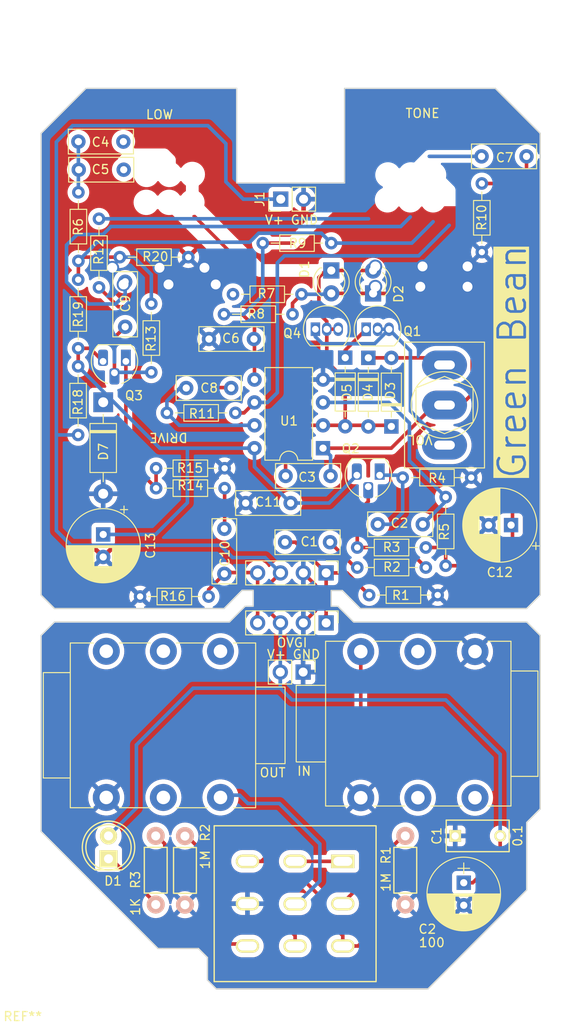
<source format=kicad_pcb>
(kicad_pcb (version 20221018) (generator pcbnew)
  (layers (0 "F.Cu" signal) (31 "B.Cu" signal) (34 "B.Paste" user) (35 "F.Paste" user) (36 "B.SilkS" user "B.Silkscreen") (37 "F.SilkS" user "F.Silkscreen") (38 "B.Mask" user) (39 "F.Mask" user) (44 "Edge.Cuts" user))
  (net 0 "")
  (net 1 "Net-(C1-Pad2)")
  (net 2 "Net-(Q2-E)")
  (net 3 "Net-(U1A-+)")
  (net 4 "A")
  (net 5 "Net-(C4-Pad1)")
  (net 6 "B")
  (net 7 "Net-(C5-Pad2)")
  (net 8 "Net-(U1B-+)")
  (net 9 "Net-(C7-Pad1)")
  (net 10 "Net-(C7-Pad2)")
  (net 11 "Net-(C8-Pad1)")
  (net 12 "Net-(C8-Pad2)")
  (net 13 "Net-(C9-Pad1)")
  (net 14 "Net-(Q3-B)")
  (net 15 "Net-(C10-Pad1)")
  (net 16 "+9V")
  (net 17 "Net-(D3-A)")
  (net 18 "Net-(D5-K)")
  (net 19 "VC")
  (net 20 "Net-(Q1-D)")
  (net 21 "Net-(Q2-B)")
  (net 22 "VB")
  (net 23 "Net-(DRIVE1-Pad2)")
  (net 24 "Net-(U1B--)")
  (net 25 "Net-(R12-Pad2)")
  (net 26 "Net-(Q3-E)")
  (net 27 "GND")
  (net 28 "{slash}I")
  (net 29 "{slash}O")
  (net 31 "Net-(D1-Pad1)")
  (net 32 "Net-(J2-Pad2)")
  (net 33 "Net-(J3-Pad2)")
  (net 34 "Net-(R3-Pad2)")
  (net 35 "Net-(SW1-Pad1)")
  (net 36 "/O")
  (net 37 "/I")
  (footprint "Package_TO_SOT_THT:TO-92_Inline" (layer "F.Cu") (at 152.08 79.72)
    (fp_text reference "Q4")
    (fp_text value "2N7000")
  )
  (footprint "Resistor_THT:R_Axial_DIN0204_L3.6mm_D1.6mm_P7.62mm_Horizontal" (layer "F.Cu") (at 132.59 109.4)
    (fp_text reference "R16")
    (fp_text value "10k")
  )
  (footprint "Resistor_THT:R_Axial_DIN0204_L3.6mm_D1.6mm_P7.62mm_Horizontal" (layer "F.Cu") (at 164.36 106.18 180)
    (fp_text reference "R2")
    (fp_text value "1k")
  )
  (footprint "Resistor_THT:R_Axial_DIN0204_L3.6mm_D1.6mm_P7.62mm_Horizontal" (layer "F.Cu") (at 125.71 74.22 -90)
    (fp_text reference "R19")
    (fp_text value "10k")
  )
  (footprint "Resistor_THT:R_Axial_DIN0204_L3.6mm_D1.6mm_P7.62mm_Horizontal" (layer "F.Cu") (at 133.84 84.51 90)
    (fp_text reference "R13")
    (fp_text value "510k")
  )
  (footprint "Capacitor_THT:C_Disc_D7.0mm_W2.5mm_P5.00mm" (layer "F.Cu") (at 141.96 101.88 -90)
    (fp_text reference "C10")
    (fp_text value "1u")
  )
  (footprint "Diode_THT:D_DO-35_SOD27_P7.62mm_Horizontal" (layer "F.Cu") (at 157.97 82.9 -90)
    (fp_text reference "D4")
    (fp_text value "1N914" hide)
  )
  (footprint "Capacitor_THT:C_Disc_D7.0mm_W2.5mm_P5.00mm" (layer "F.Cu") (at 175.56 60.53 180)
    (fp_text reference "C7")
    (fp_text value "220n")
  )
  (footprint "Resistor_THT:R_Axial_DIN0204_L3.6mm_D1.6mm_P7.62mm_Horizontal" (layer "F.Cu") (at 165.68 109.24 180)
    (fp_text reference "R1")
    (fp_text value "1M")
  )
  (footprint "Connectors:NMJ6HCD2" (layer "F.Cu") (at 128.83 131.71 90)
    (fp_text reference "J3" hide)
    (fp_text value "OUT")
  )
  (footprint "Resistor_THT:R_Axial_DIN0204_L3.6mm_D1.6mm_P7.62mm_Horizontal" (layer "F.Cu") (at 156.74 103.96)
    (fp_text reference "R3")
    (fp_text value "510k")
  )
  (footprint "Capacitors_ThroughHole:C_Rect_L7_W3.5_P5" (layer "F.Cu") (at 167.63 135.98)
    (fp_text reference "C1")
    (fp_text value "0.1")
  )
  (footprint "Pedal-Components:Potentiometer_ALPHA_RV16106N" (layer "F.Cu") (at 164 56.25)
    (fp_text reference "TONE")
    (fp_text value "20KB")
  )
  (footprint "Capacitor_THT:C_Disc_D7.0mm_W2.5mm_P5.00mm" (layer "F.Cu") (at 130.93 74.45 -90)
    (fp_text reference "C9")
    (fp_text value "100n")
  )
  (footprint "KiCad Lib:1590B" (layer "F.Cu") (at 119.543692 155.529085)
    (fp_text reference "REF**")
    (fp_text value "1590B")
  )
  (footprint "KiCad Lib:3PDT-Footswitch" (layer "F.Cu") (at 149.83 143.505 180)
    (fp_text reference "SW1" hide)
    (fp_text value "SW_3PDT" hide)
  )
  (footprint "Capacitor_THT:C_Disc_D7.0mm_W2.5mm_P5.00mm" (layer "F.Cu") (at 148.77 96.01)
    (fp_text reference "C3")
    (fp_text value "51p")
  )
  (footprint "Resistor_THT:R_Axial_DIN0204_L3.6mm_D1.6mm_P7.62mm_Horizontal" (layer "F.Cu") (at 125.73 72.14 90)
    (fp_text reference "R6")
    (fp_text value "4k7")
  )
  (footprint "Capacitor_THT:C_Disc_D7.0mm_W2.5mm_P5.00mm" (layer "F.Cu") (at 159.02 101.38)
    (fp_text reference "C2")
    (fp_text value "1u")
  )
  (footprint "Package_TO_SOT_THT:TO-92_Inline" (layer "F.Cu") (at 157.73 79.73)
    (fp_text reference "Q1")
    (fp_text value "2N7000")
  )
  (footprint "Capacitor_THT:C_Disc_D7.0mm_W2.5mm_P5.00mm" (layer "F.Cu") (at 125.77 62.01)
    (fp_text reference "C5")
    (fp_text value "150n")
  )
  (footprint "Resistor_THT:R_Axial_DIN0204_L3.6mm_D1.6mm_P7.62mm_Horizontal" (layer "F.Cu") (at 166.57 98.36 -90)
    (fp_text reference "R5")
    (fp_text value "10k")
  )
  (footprint "Package_DIP:DIP-8_W7.62mm" (layer "F.Cu") (at 152.93 92.93 180)
    (fp_text reference "U1")
    (fp_text value "RC4558")
  )
  (footprint "Pin_Headers:Pin_Header_Straight_1x04_Pitch2.54mm" (layer "F.Cu") (at 153.28 112.33 -90)
    (fp_text reference "JOVGI1" hide)
    (fp_text value "OVGI")
  )
  (footprint "Resistor_THT:R_Axial_DIN0204_L3.6mm_D1.6mm_P7.62mm_Horizontal" (layer "F.Cu") (at 170.59 71.16 90)
    (fp_text reference "R10")
    (fp_text value "220R")
  )
  (footprint "Pedal-Components:Potentiometer_ALPHA_RV16106N" (layer "F.Cu") (at 135.75 91.25 180)
    (fp_text reference "DRIVE")
    (fp_text value "500KA")
  )
  (footprint "Resistor_THT:R_Axial_DIN0204_L3.6mm_D1.6mm_P7.62mm_Horizontal" (layer "F.Cu") (at 149.54 78.06 180)
    (fp_text reference "R8")
    (fp_text value "1k")
  )
  (footprint "Pedal-Components:Potentiometer_ALPHA_RV16106N" (layer "F.Cu") (at 134.75 56.395832)
    (fp_text reference "LOW")
    (fp_text value "20KB")
  )
  (footprint "Hammond:SW_Toggle_Blue_wSlots" (layer "F.Cu") (at 166.44 88.14 -90)
    (fp_text reference "SW1" hide)
    (fp_text value "SW_SPDT" hide)
  )
  (footprint "Resistor_THT:R_Axial_DIN0204_L3.6mm_D1.6mm_P7.62mm_Horizontal" (layer "F.Cu") (at 142.92 75.84)
    (fp_text reference "R7")
    (fp_text value "51k")
  )
  (footprint "LED_THT:LED_D3.0mm" (layer "F.Cu") (at 153.85 73.2 -90)
    (fp_text reference "D1")
    (fp_text value "LED" hide)
  )
  (footprint "Diode_THT:D_DO-41_SOD81_P10.16mm_Horizontal" (layer "F.Cu") (at 128.49 87.83 -90)
    (fp_text reference "D7")
    (fp_text value "1N4001" hide)
  )
  (footprint "Resistor_THT:R_Axial_DIN0204_L3.6mm_D1.6mm_P7.62mm_Horizontal" (layer "F.Cu") (at 146.23 70.16)
    (fp_text reference "R9")
    (fp_text value "10k")
  )
  (footprint "Pin_Headers:Pin_Header_Straight_1x02_Pitch2.54mm" (layer "F.Cu") (at 150.72 117.79 -90)
    (fp_text reference "J4" hide)
    (fp_text value "V+ GND")
  )
  (footprint "Diode_THT:D_DO-35_SOD27_P7.62mm_Horizontal" (layer "F.Cu") (at 155.4 82.88 -90)
    (fp_text reference "D5")
    (fp_text value "BAT41")
  )
  (footprint "Resistors_ThroughHole:Resistor_Horizontal_RM7mm" (layer "F.Cu") (at 137.58 136 -90)
    (fp_text reference "R2")
    (fp_text value "1M")
  )
  (footprint "Capacitor_THT:C_Disc_D7.0mm_W2.5mm_P5.00mm" (layer "F.Cu") (at 125.73 58.89)
    (fp_text reference "C4")
    (fp_text value "47n")
  )
  (footprint "LEDs:LED-5MM" (layer "F.Cu") (at 129.08 138.52 90)
    (fp_text reference "D1")
    (fp_text value "LED" hide)
  )
  (footprint "Resistor_THT:R_Axial_DIN0204_L3.6mm_D1.6mm_P7.62mm_Horizontal" (layer "F.Cu") (at 128.02 75.08 90)
    (fp_text reference "R12")
    (fp_text value "1k")
  )
  (footprint "Resistors_ThroughHole:Resistor_Horizontal_RM7mm" (layer "F.Cu") (at 134.33 143.6 90)
    (fp_text reference "R3")
    (fp_text value "1K")
  )
  (footprint "Capacitor_THT:C_Disc_D7.0mm_W2.5mm_P5.00mm" (layer "F.Cu") (at 137.72 86.25)
    (fp_text reference "C8")
    (fp_text value "1u")
  )
  (footprint "LED_THT:LED_D3.0mm" (layer "F.Cu") (at 158.5 75.745 90)
    (fp_text reference "D2")
    (fp_text value "LED" hide)
  )
  (footprint "Resistors_ThroughHole:Resistor_Horizontal_RM7mm" (layer "F.Cu") (at 162.08 135.98 -90)
    (fp_text reference "R1")
    (fp_text value "1M")
  )
  (footprint "Resistor_THT:R_Axial_DIN0204_L3.6mm_D1.6mm_P7.62mm_Horizontal" (layer "F.Cu") (at 141.99 95.16 180)
    (fp_text reference "R14")
    (fp_text value "10k")
  )
  (footprint "Package_TO_SOT_THT:TO-92L_HandSolder" (layer "F.Cu") (at 131.01 83.29 180)
    (fp_text reference "Q3")
    (fp_text value "Q_NPN_EBC" hide)
  )
  (footprint "Capacitor_THT:CP_Radial_D8.0mm_P2.50mm" (layer "F.Cu") (at 128.49 102.51 -90)
    (fp_text reference "C13")
    (fp_text value "C_Polarized" hide)
  )
  (footprint "Resistor_THT:R_Axial_DIN0204_L3.6mm_D1.6mm_P7.62mm_Horizontal" (layer "F.Cu") (at 125.7 83.84 -90)
    (fp_text reference "R18")
    (fp_text value "47R")
  )
  (footprint "Connectors:NMJ6HCD2" (layer "F.Cu") (at 169.83 115.51 -90)
    (fp_text reference "J2" hide)
    (fp_text value "IN")
  )
  (footprint "Capacitor_THT:C_Disc_D7.0mm_W2.5mm_P5.00mm" (layer "F.Cu") (at 148.71 103.37)
    (fp_text reference "C1")
    (fp_text value "20n")
  )
  (footprint "Package_TO_SOT_THT:TO-92L_HandSolder" (layer "F.Cu") (at 159.23 95.93 180)
    (fp_text reference "Q2")
    (fp_text value "Q_NPN_EBC" hide)
  )
  (footprint "Capacitor_THT:C_Disc_D7.0mm_W2.5mm_P5.00mm" (layer "F.Cu") (at 140.25 80.81)
    (fp_text reference "C6")
    (fp_text value "220n")
  )
  (footprint "Resistor_THT:R_Axial_DIN0204_L3.6mm_D1.6mm_P7.62mm_Horizontal" (layer "F.Cu") (at 143.19 89.01 180)
    (fp_text reference "R11")
    (fp_text value "1k")
  )
  (footprint "Diode_THT:D_DO-35_SOD27_P7.62mm_Horizontal" (layer "F.Cu") (at 160.53 90.52 90)
    (fp_text reference "D3")
    (fp_text value "1N914" hide)
  )
  (footprint "Pin_Headers:Pin_Header_Straight_1x02_Pitch2.54mm" (layer "F.Cu") (at 148.23 65.28 90)
    (fp_text reference "J1")
    (fp_text value "V+ GND")
  )
  (footprint "Resistor_THT:R_Axial_DIN0204_L3.6mm_D1.6mm_P7.62mm_Horizontal" (layer "F.Cu") (at 137.95 71.72 180)
    (fp_text reference "R20")
    (fp_text value "10k")
  )
  (footprint "Capacitors_THT:CP_Radial_D8.0mm_P2.50mm" (layer "F.Cu") (at 168.58 141.18 -90)
    (fp_text reference "C2")
    (fp_text value "100")
  )
  (footprint "Pedal-Components:Potentiometer_ALPHA_RV16106N" (layer "F.Cu") (at 163.75 91.5 180)
    (fp_text reference "VOL")
    (fp_text value "100KB")
  )
  (footprint "Resistor_THT:R_Axial_DIN0204_L3.6mm_D1.6mm_P7.62mm_Horizontal" (layer "F.Cu") (at 169.41 96.2 180)
    (fp_text reference "R4")
    (fp_text value "10k")
  )
  (footprint "Capacitor_THT:C_Disc_D7.0mm_W2.5mm_P5.00mm" (layer "F.Cu") (at 144.33 99.02)
    (fp_text reference "C11")
    (fp_text value "220n")
  )
  (footprint "Capacitor_THT:CP_Radial_D8.0mm_P2.50mm" (layer "F.Cu") (at 173.842651 101.47 180)
    (fp_text reference "C12")
    (fp_text value "C_Polarized" hide)
  )
  (footprint "Pin_Headers:Pin_Header_Straight_1x04_Pitch2.54mm" (layer "F.Cu") (at 153.28 106.78 -90)
    (fp_text reference "JOVGI2" hide)
    (fp_text value "OVGI" hide)
  )
  (footprint "Resistor_THT:R_Axial_DIN0204_L3.6mm_D1.6mm_P7.62mm_Horizontal" (layer "F.Cu") (at 134.37 97.37)
    (fp_text reference "R15")
    (fp_text value "100R")
  )
  (gr_line (start 144.28 110.48) (end 145.17 110.48) (stroke (width 0.15)) (layer "Edge.Cuts"))
  (gr_line (start 175.58 141.98) (end 164.58 152.98) (stroke (width 0.15)) (layer "Edge.Cuts"))
  (gr_line (start 175.58 134.48) (end 177.08 132.98) (stroke (width 0.15)) (layer "Edge.Cuts"))
  (gr_line (start 143.33 63.48) (end 155.33 63.48) (stroke (width 0.15)) (layer "Edge.Cuts"))
  (gr_line (start 121.58 135.48) (end 121.58 121.98) (stroke (width 0.15)) (layer "Edge.Cuts"))
  (gr_line (start 172.08 52.98) (end 177.08 57.98) (stroke (width 0.15)) (layer "Edge.Cuts"))
  (gr_line (start 154.58 110.48) (end 156.33 112.23) (stroke (width 0.15)) (layer "Edge.Cuts"))
  (gr_line (start 141.93 110.73) (end 123.08 110.73) (stroke (width 0.15)) (layer "Edge.Cuts"))
  (gr_line (start 175.58 110.73) (end 177.08 109.23) (stroke (width 0.15)) (layer "Edge.Cuts"))
  (gr_line (start 143.93 108.71) (end 141.93 110.73) (stroke (width 0.15)) (layer "Edge.Cuts"))
  (gr_line (start 177.08 85.98) (end 177.08 57.98) (stroke (width 0.15)) (layer "Edge.Cuts"))
  (gr_line (start 177.08 109.23) (end 177.08 85.98) (stroke (width 0.15)) (layer "Edge.Cuts"))
  (gr_line (start 141.08 152.98) (end 140.08 151.98) (stroke (width 0.15)) (layer "Edge.Cuts"))
  (gr_line (start 177.08 132.98) (end 177.08 113.73) (stroke (width 0.15)) (layer "Edge.Cuts"))
  (gr_line (start 155.08 108.73) (end 157.08 110.73) (stroke (width 0.15)) (layer "Edge.Cuts"))
  (gr_line (start 153.84 110.48) (end 154.58 110.48) (stroke (width 0.15)) (layer "Edge.Cuts"))
  (gr_line (start 155.33 63.48) (end 155.33 52.98) (stroke (width 0.15)) (layer "Edge.Cuts"))
  (gr_line (start 155.08 108.73) (end 153.84 108.73) (stroke (width 0.15)) (layer "Edge.Cuts"))
  (gr_line (start 141.08 152.98) (end 164.58 152.98) (stroke (width 0.15)) (layer "Edge.Cuts"))
  (gr_line (start 145.17 110.48) (end 145.17 108.71) (stroke (width 0.15)) (layer "Edge.Cuts"))
  (gr_line (start 123.08 110.73) (end 121.58 109.23) (stroke (width 0.15)) (layer "Edge.Cuts"))
  (gr_line (start 156.33 112.23) (end 171.33 112.23) (stroke (width 0.15)) (layer "Edge.Cuts"))
  (gr_line (start 134.58 148.48) (end 133.58 147.48) (stroke (width 0.15)) (layer "Edge.Cuts"))
  (gr_line (start 121.58 113.73) (end 121.58 121.98) (stroke (width 0.15)) (layer "Edge.Cuts"))
  (gr_line (start 140.08 149.48) (end 139.08 148.48) (stroke (width 0.15)) (layer "Edge.Cuts"))
  (gr_line (start 123.08 110.73) (end 123.08 110.73) (stroke (width 0.15)) (layer "Edge.Cuts"))
  (gr_line (start 140.08 151.98) (end 140.08 149.48) (stroke (width 0.15)) (layer "Edge.Cuts"))
  (gr_line (start 155.33 52.98) (end 172.08 52.98) (stroke (width 0.15)) (layer "Edge.Cuts"))
  (gr_line (start 142.53 112.23) (end 123.58 112.23) (stroke (width 0.15)) (layer "Edge.Cuts"))
  (gr_line (start 139.08 148.48) (end 135.08 148.48) (stroke (width 0.15)) (layer "Edge.Cuts"))
  (gr_line (start 123.08 112.23) (end 121.58 113.73) (stroke (width 0.15)) (layer "Edge.Cuts"))
  (gr_line (start 177.08 113.73) (end 175.58 112.23) (stroke (width 0.15)) (layer "Edge.Cuts"))
  (gr_line (start 175.58 134.48) (end 175.58 141.98) (stroke (width 0.15)) (layer "Edge.Cuts"))
  (gr_line (start 135.08 148.48) (end 134.58 148.48) (stroke (width 0.15)) (layer "Edge.Cuts"))
  (gr_line (start 143.33 52.98) (end 126.58 52.98) (stroke (width 0.15)) (layer "Edge.Cuts"))
  (gr_line (start 123.58 112.23) (end 123.08 112.23) (stroke (width 0.15)) (layer "Edge.Cuts"))
  (gr_line (start 153.84 108.73) (end 153.84 110.48) (stroke (width 0.15)) (layer "Edge.Cuts"))
  (gr_line (start 157.08 110.73) (end 175.58 110.73) (stroke (width 0.15)) (layer "Edge.Cuts"))
  (gr_line (start 121.58 57.98) (end 121.58 109.23) (stroke (width 0.15)) (layer "Edge.Cuts"))
  (gr_line (start 175.58 112.23) (end 171.33 112.23) (stroke (width 0.15)) (layer "Edge.Cuts"))
  (gr_line (start 143.33 52.98) (end 143.33 63.48) (stroke (width 0.15)) (layer "Edge.Cuts"))
  (gr_line (start 145.17 108.71) (end 143.93 108.71) (stroke (width 0.15)) (layer "Edge.Cuts"))
  (gr_line (start 144.28 110.48) (end 142.53 112.23) (stroke (width 0.15)) (layer "Edge.Cuts"))
  (gr_line (start 121.58 57.98) (end 126.58 52.98) (stroke (width 0.15)) (layer "Edge.Cuts"))
  (gr_line (start 133.58 147.48) (end 121.58 135.48) (stroke (width 0.15)) (layer "Edge.Cuts"))
  (gr_text "Green Bean" (at 175.74 96.52 90) (layer "F.SilkS" knockout) (effects (font (size 3 3) (thickness 0.3)) (justify left bottom)))
  (segment (start 153.71 103.37) (end 156.52 106.18) (width 0.4) (layer "F.Cu") (net 1))
  (segment (start 159.02 101.38) (end 160.47 101.38) (width 0.4) (layer "B.Cu") (net 2))
  (segment (start 159.23 95.93) (end 161.52 95.93) (width 0.4) (layer "B.Cu") (net 2))
  (segment (start 160.47 101.38) (end 161.79 100.06) (width 0.4) (layer "B.Cu") (net 2))
  (segment (start 161.79 100.06) (end 161.79 96.2) (width 0.4) (layer "B.Cu") (net 2))
  (segment (start 162.54 90.13) (end 162.54 94.33) (width 0.4) (layer "B.Cu") (net 3))
  (segment (start 162.54 94.33) (end 166.57 98.36) (width 0.4) (layer "B.Cu") (net 3))
  (segment (start 160.26 87.85) (end 162.54 90.13) (width 0.4) (layer "B.Cu") (net 3))
  (segment (start 164.02 101.38) (end 166.57 98.83) (width 0.4) (layer "B.Cu") (net 3))
  (segment (start 152.93 87.85) (end 160.26 87.85) (width 0.4) (layer "B.Cu") (net 3))
  (segment (start 148.77 93.13) (end 148.77 96.01) (width 0.4) (layer "F.Cu") (net 4))
  (segment (start 152.93 90.39) (end 151.51 90.39) (width 0.4) (layer "F.Cu") (net 4))
  (segment (start 152.47 77.97) (end 153.35 78.85) (width 0.4) (layer "F.Cu") (net 4))
  (segment (start 153.85 73.2) (end 158.495 73.2) (width 0.4) (layer "F.Cu") (net 4))
  (segment (start 153.35 79.72) (end 153.35 83.3) (width 0.4) (layer "F.Cu") (net 4))
  (segment (start 153.24 73.2) (end 152.47 73.97) (width 0.4) (layer "F.Cu") (net 4))
  (segment (start 152.93 90.39) (end 160.4 90.39) (width 0.4) (layer "F.Cu") (net 4))
  (segment (start 153.35 83.3) (end 155.4 85.35) (width 0.4) (layer "F.Cu") (net 4))
  (segment (start 148.77 93.13) (end 151.51 90.39) (width 0.4) (layer "F.Cu") (net 4))
  (segment (start 153.35 79.72) (end 154.62 79.72) (width 0.4) (layer "F.Cu") (net 4))
  (segment (start 152.47 73.97) (end 152.47 77.97) (width 0.4) (layer "F.Cu") (net 4))
  (segment (start 153.35 78.85) (end 153.35 79.72) (width 0.4) (layer "F.Cu") (net 4))
  (segment (start 155.4 85.35) (end 155.4 90.5) (width 0.4) (layer "F.Cu") (net 4))
  (segment (start 125.73 64.52) (end 125.73 58.89) (width 0.4) (layer "B.Cu") (net 5))
  (segment (start 149.54 78.06) (end 149.54 76.84) (width 0.4) (layer "F.Cu") (net 6))
  (segment (start 169.52 79.68) (end 165.585 75.745) (width 0.4) (layer "F.Cu") (net 6))
  (segment (start 149.54 76.84) (end 150.54 75.84) (width 0.4) (layer "F.Cu") (net 6))
  (segment (start 168.28 88.14) (end 169.52 86.9) (width 0.4) (layer "F.Cu") (net 6))
  (segment (start 152.93 92.93) (end 160.52 92.93) (width 0.4) (layer "F.Cu") (net 6))
  (segment (start 165.585 75.745) (end 158.5 75.745) (width 0.4) (layer "F.Cu") (net 6))
  (segment (start 160.52 92.93) (end 165.31 88.14) (width 0.4) (layer "F.Cu") (net 6))
  (segment (start 153.85 75.74) (end 158.495 75.74) (width 0.4) (layer "F.Cu") (net 6))
  (segment (start 169.52 86.9) (end 169.52 79.68) (width 0.4) (layer "F.Cu") (net 6))
  (segment (start 153.77 93.77) (end 152.93 92.93) (width 0.4) (layer "B.Cu") (net 6))
  (segment (start 150.54 75.84) (end 153.75 75.84) (width 0.4) (layer "B.Cu") (net 6))
  (segment (start 153.77 96.01) (end 153.77 93.77) (width 0.4) (layer "B.Cu") (net 6))
  (segment (start 145.31 85.31) (end 145.31 79.43) (width 0.4) (layer "F.Cu") (net 8))
  (segment (start 145.31 79.43) (end 143.94 78.06) (width 0.4) (layer "F.Cu") (net 8))
  (segment (start 146.23 70.16) (end 149.58 70.16) (width 0.4) (layer "F.Cu") (net 8))
  (segment (start 143.94 78.06) (end 141.92 78.06) (width 0.4) (layer "F.Cu") (net 8))
  (segment (start 146.23 75.89) (end 146.23 70.16) (width 0.4) (layer "B.Cu") (net 8))
  (segment (start 144.12 78.06) (end 146.26 75.92) (width 0.4) (layer "B.Cu") (net 8))
  (segment (start 141.92 78.06) (end 144.12 78.06) (width 0.4) (layer "B.Cu") (net 8))
  (segment (start 146.26 75.92) (end 146.23 75.89) (width 0.4) (layer "B.Cu") (net 8))
  (segment (start 174 63.54) (end 175.56 61.98) (width 0.4) (layer "F.Cu") (net 9))
  (segment (start 170.59 63.54) (end 174 63.54) (width 0.4) (layer "F.Cu") (net 9))
  (segment (start 175.56 61.98) (end 175.56 60.53) (width 0.4) (layer "F.Cu") (net 9))
  (segment (start 164.75 60.53) (end 170.56 60.53) (width 0.4) (layer "B.Cu") (net 10))
  (segment (start 145.31 90.39) (end 136.95 90.39) (width 0.4) (layer "B.Cu") (net 11))
  (segment (start 137.37 86.25) (end 137.02 86.25) (width 0.4) (layer "B.Cu") (net 11))
  (segment (start 135.57 87.7) (end 135.57 89.01) (width 0.4) (layer "B.Cu") (net 11))
  (segment (start 137.02 86.25) (end 135.57 87.7) (width 0.4) (layer "B.Cu") (net 11))
  (segment (start 136.95 90.39) (end 135.57 89.01) (width 0.4) (layer "B.Cu") (net 11))
  (segment (start 131.25 77.23) (end 140.22 86.2) (width 0.4) (layer "F.Cu") (net 12))
  (segment (start 140.22 86.2) (end 142.32 86.2) (width 0.4) (layer "F.Cu") (net 12))
  (segment (start 130.17 77.23) (end 131.25 77.23) (width 0.4) (layer "F.Cu") (net 12))
  (segment (start 128.02 75.08) (end 130.17 77.23) (width 0.4) (layer "F.Cu") (net 12))
  (segment (start 124.41 74.475635) (end 126.854365 76.92) (width 0.4) (layer "B.Cu") (net 13))
  (segment (start 162.635 67.255) (end 161.57 68.32) (width 0.4) (layer "B.Cu") (net 13))
  (segment (start 126.854365 76.92) (end 129.88 76.92) (width 0.4) (layer "B.Cu") (net 13))
  (segment (start 125.59 69.2) (end 124.41 70.38) (width 0.4) (layer "B.Cu") (net 13))
  (segment (start 130.93 75.87) (end 130.93 74.45) (width 0.4) (layer "B.Cu") (net 13))
  (segment (start 161.57 68.32) (end 129.35 68.32) (width 0.4) (layer "B.Cu") (net 13))
  (segment (start 129.35 68.32) (end 128.47 69.2) (width 0.4) (layer "B.Cu") (net 13))
  (segment (start 124.41 70.38) (end 124.41 74.475635) (width 0.4) (layer "B.Cu") (net 13))
  (segment (start 128.47 69.2) (end 125.59 69.2) (width 0.4) (layer "B.Cu") (net 13))
  (segment (start 129.88 76.92) (end 130.93 75.87) (width 0.4) (layer "B.Cu") (net 13))
  (segment (start 129.74 80.64) (end 130.93 79.45) (width 0.4) (layer "F.Cu") (net 14))
  (segment (start 129.74 84.56) (end 129.74 80.64) (width 0.4) (layer "F.Cu") (net 14))
  (segment (start 129.79 84.51) (end 133.84 84.51) (width 0.4) (layer "B.Cu") (net 14))
  (segment (start 141.99 97.37) (end 141.99 101.41) (width 0.4) (layer "F.Cu") (net 15))
  (segment (start 172.63 138.13) (end 172.63 135.98) (width 0.4) (layer "F.Cu") (net 16))
  (segment (start 148.2 112.33) (end 147.08 111.21) (width 0.4) (layer "F.Cu") (net 16))
  (segment (start 147.08 107.9) (end 148.2 106.78) (width 0.4) (layer "F.Cu") (net 16))
  (segment (start 147.08 111.21) (end 147.08 107.9) (width 0.4) (layer "F.Cu") (net 16))
  (segment (start 169.58 141.18) (end 172.63 138.13) (width 0.4) (layer "F.Cu") (net 16))
  (segment (start 168.58 141.18) (end 169.58 141.18) (width 0.4) (layer "F.Cu") (net 16))
  (segment (start 138.48 119.58) (end 132.18 125.88) (width 0.4) (layer "B.Cu") (net 16))
  (segment (start 146.5 105.08) (end 148.2 106.78) (width 0.4) (layer "B.Cu") (net 16))
  (segment (start 123.31 91.46) (end 123.28 91.43) (width 0.4) (layer "B.Cu") (net 16))
  (segment (start 148.18 117.79) (end 148.18 119.08) (width 0.4) (layer "B.Cu") (net 16))
  (segment (start 144.06 65.28) (end 142.13 63.35) (width 0.4) (layer "B.Cu") (net 16))
  (segment (start 123.28 58.93) (end 123.28 91.43) (width 0.4) (layer "B.Cu") (net 16))
  (segment (start 148.23 65.28) (end 144.06 65.28) (width 0.4) (layer "B.Cu") (net 16))
  (segment (start 172.63 126.93) (end 172.63 135.98) (width 0.4) (layer "B.Cu") (net 16))
  (segment (start 124.91 103.71) (end 141.512943 103.71) (width 0.4) (layer "B.Cu") (net 16))
  (segment (start 148.18 119.08) (end 148.18 119.58) (width 0.4) (layer "B.Cu") (net 16))
  (segment (start 148.18 119.58) (end 138.48 119.58) (width 0.4) (layer "B.Cu") (net 16))
  (segment (start 142.13 59.12) (end 140.13 57.12) (width 0.4) (layer "B.Cu") (net 16))
  (segment (start 132.18 132.88) (end 129.08 135.98) (width 0.4) (layer "B.Cu") (net 16))
  (segment (start 123.28 91.43) (end 123.28 102.08) (width 0.4) (layer "B.Cu") (net 16))
  (segment (start 132.18 125.88) (end 132.18 132.88) (width 0.4) (layer "B.Cu") (net 16))
  (segment (start 142.13 63.35) (end 142.13 59.12) (width 0.4) (layer "B.Cu") (net 16))
  (segment (start 140.13 57.12) (end 125.09 57.12) (width 0.4) (layer "B.Cu") (net 16))
  (segment (start 125.09 57.12) (end 123.28 58.93) (width 0.4) (layer "B.Cu") (net 16))
  (segment (start 149.48 120.88) (end 166.58 120.88) (width 0.4) (layer "B.Cu") (net 16))
  (segment (start 166.58 120.88) (end 172.63 126.93) (width 0.4) (layer "B.Cu") (net 16))
  (segment (start 125.7 91.46) (end 123.31 91.46) (width 0.4) (layer "B.Cu") (net 16))
  (segment (start 142.882943 105.08) (end 146.5 105.08) (width 0.4) (layer "B.Cu") (net 16))
  (segment (start 148.2 113.532081) (end 148.18 113.552081) (width 0.4) (layer "B.Cu") (net 16))
  (segment (start 148.18 119.58) (end 149.48 120.88) (width 0.4) (layer "B.Cu") (net 16))
  (segment (start 148.18 113.552081) (end 148.18 119.08) (width 0.4) (layer "B.Cu") (net 16))
  (segment (start 141.512943 103.71) (end 142.882943 105.08) (width 0.4) (layer "B.Cu") (net 16))
  (segment (start 148.2 112.33) (end 148.2 113.532081) (width 0.4) (layer "B.Cu") (net 16))
  (segment (start 123.28 102.08) (end 124.91 103.71) (width 0.4) (layer "B.Cu") (net 16))
  (segment (start 157.97 82.9) (end 165.65 82.9) (width 0.4) (layer "F.Cu") (net 17))
  (segment (start 155.4 82.88) (end 155.4 82.06) (width 0.4) (layer "F.Cu") (net 18))
  (segment (start 155.4 82.06) (end 157.73 79.73) (width 0.4) (layer "F.Cu") (net 18))
  (segment (start 127.02 81.84) (end 128.47 83.29) (width 0.4) (layer "F.Cu") (net 19))
  (segment (start 125.71 81.84) (end 125.71 83.83) (width 0.4) (layer "F.Cu") (net 19))
  (segment (start 125.71 81.84) (end 127.02 81.84) (width 0.4) (layer "F.Cu") (net 19))
  (segment (start 153.6 99.02) (end 156.69 95.93) (width 0.4) (layer "B.Cu") (net 19))
  (segment (start 149.33 99.02) (end 153.6 99.02) (width 0.4) (layer "B.Cu") (net 19))
  (segment (start 145.31 95) (end 149.33 99.02) (width 0.4) (layer "B.Cu") (net 19))
  (segment (start 134.79 92.93) (end 125.7 83.84) (width 0.4) (layer "B.Cu") (net 19))
  (segment (start 145.31 92.93) (end 137.85 92.93) (width 0.4) (layer "B.Cu") (net 19))
  (segment (start 145.31 92.93) (end 145.31 95) (width 0.4) (layer "B.Cu") (net 19))
  (segment (start 137.85 98.98) (end 137.85 92.93) (width 0.4) (layer "B.Cu") (net 19))
  (segment (start 137.85 92.93) (end 134.79 92.93) (width 0.4) (layer "B.Cu") (net 19))
  (segment (start 134.32 102.51) (end 137.85 98.98) (width 0.4) (layer "B.Cu") (net 19))
  (segment (start 128.49 102.51) (end 134.32 102.51) (width 0.4) (layer "B.Cu") (net 19))
  (segment (start 162.65 88.8) (end 162.65 82.11) (width 0.4) (layer "B.Cu") (net 20))
  (segment (start 166.44 92.59) (end 162.65 88.8) (width 0.4) (layer "B.Cu") (net 20))
  (segment (start 152.86 81.33) (end 158.67 81.33) (width 0.4) (layer "B.Cu") (net 20))
  (segment (start 152.08 80.55) (end 152.86 81.33) (width 0.4) (layer "B.Cu") (net 20))
  (segment (start 152.08 79.72) (end 152.08 80.55) (width 0.4) (layer "B.Cu") (net 20))
  (segment (start 158.67 81.33) (end 160.27 79.73) (width 0.4) (layer "B.Cu") (net 20))
  (segment (start 159 79.73) (end 160.27 79.73) (width 0.4) (layer "B.Cu") (net 20))
  (segment (start 162.65 82.11) (end 160.27 79.73) (width 0.4) (layer "B.Cu") (net 20))
  (segment (start 156.74 100.07) (end 157.96 98.85) (width 0.4) (layer "F.Cu") (net 21))
  (segment (start 156.74 103.96) (end 162.14 103.96) (width 0.4) (layer "F.Cu") (net 21))
  (segment (start 162.14 103.96) (end 164.36 106.18) (width 0.4) (layer "F.Cu") (net 21))
  (segment (start 156.74 103.96) (end 156.74 100.07) (width 0.4) (layer "F.Cu") (net 21))
  (segment (start 157.96 98.85) (end 157.96 97.2) (width 0.4) (layer "F.Cu") (net 21))
  (segment (start 130.33 71.72) (end 126.15 71.72) (width 0.4) (layer "F.Cu") (net 22))
  (segment (start 164.36 103.96) (end 166.31 103.96) (width 0.4) (layer "F.Cu") (net 22))
  (segment (start 174 103.64) (end 171.66 105.98) (width 0.4) (layer "F.Cu") (net 22))
  (segment (start 171.66 105.98) (end 166.57 105.98) (width 0.4) (layer "F.Cu") (net 22))
  (segment (start 174 66.64) (end 174 103.64) (width 0.4) (layer "F.Cu") (net 22))
  (segment (start 172.715 65.355) (end 174 66.64) (width 0.4) (layer "F.Cu") (net 22))
  (segment (start 125.73 72.14) (end 125.73 74.2) (width 0.4) (layer "F.Cu") (net 22))
  (segment (start 166.31 103.96) (end 166.57 104.22) (width 0.4) (layer "F.Cu") (net 22))
  (segment (start 166.57 104.22) (end 166.57 105.98) (width 0.4) (layer "F.Cu") (net 22))
  (segment (start 126.15 71.72) (end 125.73 72.14) (width 0.4) (layer "F.Cu") (net 22))
  (segment (start 127.81 70.06) (end 144.774365 70.06) (width 0.4) (layer "B.Cu") (net 22))
  (segment (start 153.85 70.16) (end 162.8 70.16) (width 0.4) (layer "B.Cu") (net 22))
  (segment (start 131.88 71.72) (end 130.33 71.72) (width 0.4) (layer "B.Cu") (net 22))
  (segment (start 131.89 71.71) (end 131.88 71.72) (width 0.4) (layer "B.Cu") (net 22))
  (segment (start 162.8 70.16) (end 165.175 67.785) (width 0.4) (layer "B.Cu") (net 22))
  (segment (start 125.73 72.14) (end 127.81 70.06) (width 0.4) (layer "B.Cu") (net 22))
  (segment (start 145.774365 69.06) (end 152.75 69.06) (width 0.4) (layer "B.Cu") (net 22))
  (segment (start 133.84 73.66) (end 131.89 71.71) (width 0.4) (layer "B.Cu") (net 22))
  (segment (start 144.774365 70.06) (end 145.774365 69.06) (width 0.4) (layer "B.Cu") (net 22))
  (segment (start 133.84 76.89) (end 133.84 73.66) (width 0.4) (layer "B.Cu") (net 22))
  (segment (start 152.75 69.06) (end 153.85 70.16) (width 0.4) (layer "B.Cu") (net 22))
  (segment (start 143.19 89.01) (end 144.15 89.01) (width 0.4) (layer "F.Cu") (net 24))
  (segment (start 144.15 89.01) (end 145.31 87.85) (width 0.4) (layer "F.Cu") (net 24))
  (segment (start 163.57 71.57) (end 166.96 68.18) (width 0.4) (layer "B.Cu") (net 24))
  (segment (start 146.76 87.85) (end 147.85 86.76) (width 0.4) (layer "B.Cu") (net 24))
  (segment (start 147.85 72.36) (end 148.64 71.57) (width 0.4) (layer "B.Cu") (net 24))
  (segment (start 147.85 86.76) (end 147.85 72.36) (width 0.4) (layer "B.Cu") (net 24))
  (segment (start 145.31 87.85) (end 146.76 87.85) (width 0.4) (layer "B.Cu") (net 24))
  (segment (start 148.64 71.57) (end 163.57 71.57) (width 0.4) (layer "B.Cu") (net 24))
  (segment (start 128.02 67.46) (end 157.99 67.46) (width 0.4) (layer "B.Cu") (net 25))
  (segment (start 131.01 94.01) (end 134.37 97.37) (width 0.4) (layer "F.Cu") (net 26))
  (segment (start 134.37 95.16) (end 134.37 97.37) (width 0.4) (layer "F.Cu") (net 26))
  (segment (start 131.01 83.29) (end 131.01 94.01) (width 0.4) (layer "F.Cu") (net 26))
  (segment (start 152.08 108.12) (end 152.08 110.99) (width 0.4) (layer "F.Cu") (net 27))
  (segment (start 150.74 106.78) (end 152.08 108.12) (width 0.4) (layer "F.Cu") (net 27))
  (segment (start 152.08 110.99) (end 150.74 112.33) (width 0.4) (layer "F.Cu") (net 27))
  (segment (start 153.28 106.78) (end 153.28 111.481472) (width 0.4) (layer "F.Cu") (net 28))
  (segment (start 155.6 106.78) (end 158.06 109.24) (width 0.4) (layer "F.Cu") (net 28))
  (segment (start 148.71 103.37) (end 149.87 103.37) (width 0.4) (layer "F.Cu") (net 28))
  (segment (start 149.87 103.37) (end 153.28 106.78) (width 0.4) (layer "F.Cu") (net 28))
  (segment (start 153.28 111.481472) (end 152.855736 111.905736) (width 0.4) (layer "F.Cu") (net 28))
  (segment (start 153.28 106.78) (end 155.6 106.78) (width 0.4) (layer "F.Cu") (net 28))
  (segment (start 142.69 106.74) (end 145.62 106.74) (width 0.4) (layer "F.Cu") (net 29))
  (segment (start 145.66 111.481472) (end 145.235736 111.905736) (width 0.4) (layer "F.Cu") (net 29))
  (segment (start 142.55 106.6) (end 142.69 106.74) (width 0.4) (layer "F.Cu") (net 29))
  (segment (start 140.21 109.4) (end 140.21 108.63) (width 0.4) (layer "F.Cu") (net 29))
  (segment (start 145.66 106.78) (end 145.66 111.481472) (width 0.4) (layer "F.Cu") (net 29))
  (segment (start 140.21 108.63) (end 141.96 106.88) (width 0.4) (layer "F.Cu") (net 29))
  (segment (start 129.33 138.48) (end 134.33 143.48) (width 0.4) (layer "F.Cu") (net 31))
  (segment (start 156.27 134.99) (end 155.24 134.99) (width 0.4) (layer "F.Cu") (net 32))
  (segment (start 158.08 136.8) (end 156.27 134.99) (width 0.4) (layer "F.Cu") (net 32))
  (segment (start 154.06 133.81) (end 154.06 129.47) (width 0.4) (layer "F.Cu") (net 32))
  (segment (start 158.08 140.48) (end 158.08 136.8) (width 0.4) (layer "F.Cu") (net 32))
  (segment (start 157.13 126.4) (end 157.13 115.51) (width 0.4) (layer "F.Cu") (net 32))
  (segment (start 154.06 129.47) (end 157.13 126.4) (width 0.4) (layer "F.Cu") (net 32))
  (segment (start 155.13 143.43) (end 158.08 140.48) (width 0.4) (layer "F.Cu") (net 32))
  (segment (start 155.24 134.99) (end 154.06 133.81) (width 0.4) (layer "F.Cu") (net 32))
  (segment (start 143.65132 131.46) (end 144.57132 132.38) (width 0.4) (layer "B.Cu") (net 33))
  (segment (start 148.08 132.38) (end 152.58 136.88) (width 0.4) (layer "B.Cu") (net 33))
  (segment (start 141.53 131.46) (end 143.65132 131.46) (width 0.4) (layer "B.Cu") (net 33))
  (segment (start 152.58 136.88) (end 152.58 140.98) (width 0.4) (layer "B.Cu") (net 33))
  (segment (start 152.58 140.98) (end 150.03 143.53) (width 0.4) (layer "B.Cu") (net 33))
  (segment (start 144.57132 132.38) (end 148.08 132.38) (width 0.4) (layer "B.Cu") (net 33))
  (segment (start 142.68 147.98) (end 144.305 147.98) (width 0.4) (layer "F.Cu") (net 34))
  (segment (start 134.45 135.98) (end 135.329489 136.859489) (width 0.4) (layer "F.Cu") (net 34))
  (segment (start 137.48 140.88) (end 139.78 140.88) (width 0.4) (layer "F.Cu") (net 34))
  (segment (start 140.78 146.08) (end 142.68 147.98) (width 0.4) (layer "F.Cu") (net 34))
  (segment (start 135.329489 136.859489) (end 135.329489 138.729489) (width 0.4) (layer "F.Cu") (net 34))
  (segment (start 139.78 140.88) (end 140.78 141.88) (width 0.4) (layer "F.Cu") (net 34))
  (segment (start 140.78 141.88) (end 140.78 146.08) (width 0.4) (layer "F.Cu") (net 34))
  (segment (start 135.329489 138.729489) (end 137.48 140.88) (width 0.4) (layer "F.Cu") (net 34))
  (segment (start 149.83 138.805) (end 155.13 138.805) (width 0.4) (layer "F.Cu") (net 35))
  (segment (start 145.78 141.18) (end 147.18 142.58) (width 0.4) (layer "F.Cu") (net 36))
  (segment (start 137.8 136) (end 142.98 141.18) (width 0.4) (layer "F.Cu") (net 36))
  (segment (start 147.18 144.405) (end 149.83 147.055) (width 0.4) (layer "F.Cu") (net 36))
  (segment (start 142.98 141.18) (end 145.78 141.18) (width 0.4) (layer "F.Cu") (net 36))
  (segment (start 149.83 147.055) (end 149.83 148.205) (width 0.4) (layer "F.Cu") (net 36))
  (segment (start 147.18 142.58) (end 147.18 144.405) (width 0.4) (layer "F.Cu") (net 36))
  (segment (start 150.98 141.08) (end 148.18 141.08) (width 0.4) (layer "F.Cu") (net 37))
  (segment (start 147.08 139.48) (end 146.405 138.805) (width 0.4) (layer "F.Cu") (net 37))
  (segment (start 147.08 139.98) (end 147.08 139.48) (width 0.4) (layer "F.Cu") (net 37))
  (segment (start 155.13 148.205) (end 156.83 148.205) (width 0.4) (layer "F.Cu") (net 37))
  (segment (start 146.405 138.805) (end 146.08 138.805) (width 0.4) (layer "F.Cu") (net 37))
  (segment (start 156.83 148.205) (end 158.48 146.555) (width 0.4) (layer "F.Cu") (net 37))
  (segment (start 155.13 148.205) (end 155.13 147.055) (width 0.4) (layer "F.Cu") (net 37))
  (segment (start 158.505 146.555) (end 159.08 145.98) (width 0.4) (layer "F.Cu") (net 37))
  (segment (start 158.48 146.555) (end 158.505 146.555) (width 0.4) (layer "F.Cu") (net 37))
  (segment (start 155.13 147.055) (end 152.48 144.405) (width 0.4) (layer "F.Cu") (net 37))
  (segment (start 159.08 145.98) (end 159.08 142.48) (width 0.4) (layer "F.Cu") (net 37))
  (segment (start 160.58 140.98) (end 160.58 137.23) (width 0.4) (layer "F.Cu") (net 37))
  (segment (start 152.48 142.58) (end 150.98 141.08) (width 0.4) (layer "F.Cu") (net 37))
  (segment (start 146.08 138.805) (end 146.38 138.505) (width 0.4) (layer "F.Cu") (net 37))
  (segment (start 160.58 137.23) (end 162.08 135.73) (width 0.4) (layer "F.Cu") (net 37))
  (segment (start 148.18 141.08) (end 147.08 139.98) (width 0.4) (layer "F.Cu") (net 37))
  (segment (start 144.53 138.805) (end 146.08 138.805) (width 0.4) (layer "F.Cu") (net 37))
  (segment (start 152.48 144.405) (end 152.48 142.58) (width 0.4) (layer "F.Cu") (net 37))
  (segment (start 159.08 142.48) (end 160.58 140.98) (width 0.4) (layer "F.Cu") (net 37))
  (zone (net 27) (net_name "GND") (layer "F.Cu") (connect_pads (clearance 0.508)) (min_thickness 0.254) (fill yes (thermal_gap 0.508) (thermal_bridge_width 0.508))
    (polygon (pts (xy 120.83 153.48) (xy 177.83 153.48) (xy 177.83 45.48) (xy 120.83 45.48)))
  )
  (zone (net 27) (net_name "GND") (layer "B.Cu") (connect_pads (clearance 0.508)) (min_thickness 0.254) (fill yes (thermal_gap 0.508) (thermal_bridge_width 0.508))
    (polygon (pts (xy 120.83 153.48) (xy 177.83 153.48) (xy 177.83 45.48) (xy 120.83 45.48)))
  )
)
</source>
